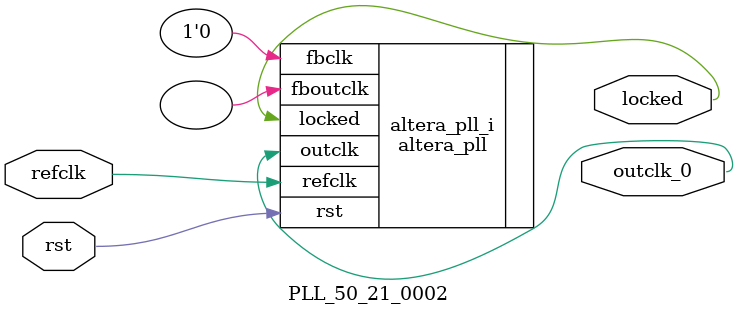
<source format=v>
`timescale 1ns/10ps
module  PLL_50_21_0002(

	// interface 'refclk'
	input wire refclk,

	// interface 'reset'
	input wire rst,

	// interface 'outclk0'
	output wire outclk_0,

	// interface 'locked'
	output wire locked
);

	altera_pll #(
		.fractional_vco_multiplier("true"),
		.reference_clock_frequency("50.0 MHz"),
		.operation_mode("direct"),
		.number_of_clocks(1),
		.output_clock_frequency0("23.750000 MHz"),
		.phase_shift0("0 ps"),
		.duty_cycle0(50),
		.output_clock_frequency1("0 MHz"),
		.phase_shift1("0 ps"),
		.duty_cycle1(50),
		.output_clock_frequency2("0 MHz"),
		.phase_shift2("0 ps"),
		.duty_cycle2(50),
		.output_clock_frequency3("0 MHz"),
		.phase_shift3("0 ps"),
		.duty_cycle3(50),
		.output_clock_frequency4("0 MHz"),
		.phase_shift4("0 ps"),
		.duty_cycle4(50),
		.output_clock_frequency5("0 MHz"),
		.phase_shift5("0 ps"),
		.duty_cycle5(50),
		.output_clock_frequency6("0 MHz"),
		.phase_shift6("0 ps"),
		.duty_cycle6(50),
		.output_clock_frequency7("0 MHz"),
		.phase_shift7("0 ps"),
		.duty_cycle7(50),
		.output_clock_frequency8("0 MHz"),
		.phase_shift8("0 ps"),
		.duty_cycle8(50),
		.output_clock_frequency9("0 MHz"),
		.phase_shift9("0 ps"),
		.duty_cycle9(50),
		.output_clock_frequency10("0 MHz"),
		.phase_shift10("0 ps"),
		.duty_cycle10(50),
		.output_clock_frequency11("0 MHz"),
		.phase_shift11("0 ps"),
		.duty_cycle11(50),
		.output_clock_frequency12("0 MHz"),
		.phase_shift12("0 ps"),
		.duty_cycle12(50),
		.output_clock_frequency13("0 MHz"),
		.phase_shift13("0 ps"),
		.duty_cycle13(50),
		.output_clock_frequency14("0 MHz"),
		.phase_shift14("0 ps"),
		.duty_cycle14(50),
		.output_clock_frequency15("0 MHz"),
		.phase_shift15("0 ps"),
		.duty_cycle15(50),
		.output_clock_frequency16("0 MHz"),
		.phase_shift16("0 ps"),
		.duty_cycle16(50),
		.output_clock_frequency17("0 MHz"),
		.phase_shift17("0 ps"),
		.duty_cycle17(50),
		.pll_type("General"),
		.pll_subtype("General")
	) altera_pll_i (
		.rst	(rst),
		.outclk	({outclk_0}),
		.locked	(locked),
		.fboutclk	( ),
		.fbclk	(1'b0),
		.refclk	(refclk)
	);
endmodule


</source>
